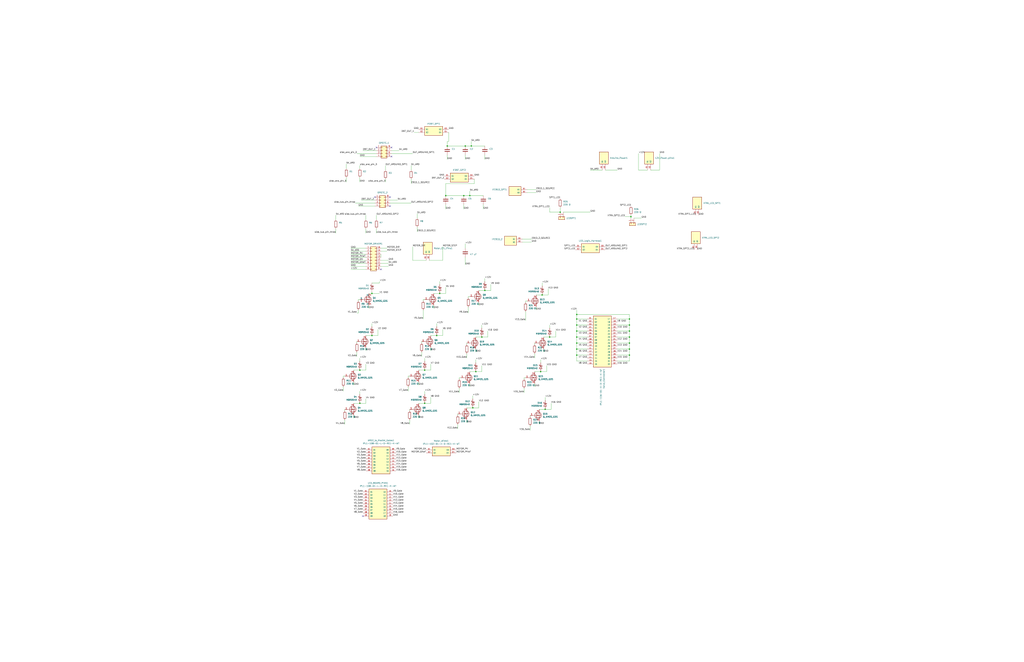
<source format=kicad_sch>
(kicad_sch (version 20230121) (generator eeschema)
  (paper "D")
  (junction (at 375.92 165.1))
  (junction (at 392.43 123.19))
  (junction (at 377.19 123.19))
  (junction (at 358.14 340.36))
  (junction (at 408.94 245.11))
  (junction (at 486.41 279.4))
  (junction (at 303.53 340.36))
  (junction (at 486.41 289.56))
  (junction (at 396.24 165.1))
  (junction (at 532.13 182.88))
  (junction (at 530.86 279.4))
  (junction (at 313.69 247.65))
  (junction (at 530.86 269.24))
  (junction (at 398.78 344.17))
  (junction (at 530.86 299.72))
  (junction (at 397.51 123.19))
  (junction (at 368.3 283.21))
  (junction (at 463.55 284.48))
  (junction (at 391.16 165.1))
  (junction (at 472.44 179.07))
  (junction (at 459.74 345.44))
  (junction (at 486.41 269.24))
  (junction (at 530.86 274.32))
  (junction (at 530.86 284.48))
  (junction (at 313.69 283.21))
  (junction (at 455.93 313.69))
  (junction (at 486.41 294.64))
  (junction (at 406.4 284.48))
  (junction (at 486.41 299.72))
  (junction (at 486.41 265.43))
  (junction (at 530.86 289.56))
  (junction (at 358.14 312.42))
  (junction (at 530.86 294.64))
  (junction (at 457.2 248.92))
  (junction (at 486.41 274.32))
  (junction (at 401.32 313.69))
  (junction (at 303.53 312.42))
  (junction (at 486.41 284.48))
  (junction (at 370.84 247.65))
  (no_connect (at 306.07 435.61))
  (no_connect (at 330.2 124.46))
  (no_connect (at 316.23 166.37))
  (no_connect (at 321.31 227.33))
  (no_connect (at 328.93 166.37))
  (no_connect (at 317.5 124.46))
  (no_connect (at 328.93 173.99))
  (no_connect (at 330.2 132.08))
  (wire (pts (xy 299.72 171.45) (xy 316.23 171.45)))
  (wire (pts (xy 392.43 130.81) (xy 392.43 134.62)))
  (wire (pts (xy 520.7 289.56) (xy 530.86 289.56)))
  (wire (pts (xy 344.17 330.2) (xy 344.17 326.39)))
  (wire (pts (xy 321.31 222.25) (xy 327.66 222.25)))
  (wire (pts (xy 530.86 269.24) (xy 520.7 269.24)))
  (wire (pts (xy 450.85 290.83) (xy 450.85 289.56)))
  (wire (pts (xy 406.4 274.32) (xy 406.4 276.86)))
  (wire (pts (xy 387.35 318.77) (xy 388.62 318.77)))
  (wire (pts (xy 356.87 254) (xy 356.87 252.73)))
  (wire (pts (xy 393.7 356.87) (xy 393.7 354.33)))
  (wire (pts (xy 313.69 238.76) (xy 320.04 238.76)))
  (wire (pts (xy 295.91 222.25) (xy 308.61 222.25)))
  (wire (pts (xy 283.21 193.04) (xy 283.21 196.85)))
  (wire (pts (xy 495.3 304.8) (xy 486.41 304.8)))
  (wire (pts (xy 397.51 123.19) (xy 408.94 123.19)))
  (wire (pts (xy 302.26 264.16) (xy 302.26 261.62)))
  (wire (pts (xy 289.56 318.77) (xy 289.56 317.5)))
  (wire (pts (xy 304.8 168.91) (xy 316.23 168.91)))
  (wire (pts (xy 400.05 154.94) (xy 375.92 154.94)))
  (wire (pts (xy 462.28 248.92) (xy 462.28 243.84)))
  (wire (pts (xy 394.97 251.46) (xy 394.97 250.19)))
  (wire (pts (xy 407.67 172.72) (xy 407.67 176.53)))
  (wire (pts (xy 363.22 340.36) (xy 363.22 335.28)))
  (wire (pts (xy 290.83 358.14) (xy 290.83 354.33)))
  (wire (pts (xy 302.26 254) (xy 302.26 252.73)))
  (wire (pts (xy 403.86 344.17) (xy 403.86 339.09)))
  (wire (pts (xy 510.54 143.51) (xy 520.7 143.51)))
  (wire (pts (xy 356.87 269.24) (xy 356.87 261.62)))
  (wire (pts (xy 355.6 300.99) (xy 355.6 297.18)))
  (wire (pts (xy 394.97 250.19) (xy 396.24 250.19)))
  (wire (pts (xy 454.66 358.14) (xy 454.66 355.6)))
  (wire (pts (xy 486.41 299.72) (xy 495.3 299.72)))
  (wire (pts (xy 344.17 318.77) (xy 344.17 317.5)))
  (wire (pts (xy 486.41 284.48) (xy 486.41 279.4)))
  (wire (pts (xy 303.53 312.42) (xy 308.61 312.42)))
  (wire (pts (xy 455.93 313.69) (xy 461.01 313.69)))
  (wire (pts (xy 459.74 335.28) (xy 459.74 337.82)))
  (wire (pts (xy 303.53 340.36) (xy 308.61 340.36)))
  (wire (pts (xy 321.31 224.79) (xy 327.66 224.79)))
  (wire (pts (xy 317.5 193.04) (xy 317.5 196.85)))
  (wire (pts (xy 303.53 132.08) (xy 317.5 132.08)))
  (wire (pts (xy 408.94 234.95) (xy 408.94 237.49)))
  (wire (pts (xy 452.12 259.08) (xy 452.12 261.62)))
  (wire (pts (xy 353.06 340.36) (xy 358.14 340.36)))
  (wire (pts (xy 330.2 129.54) (xy 347.98 129.54)))
  (wire (pts (xy 486.41 269.24) (xy 495.3 269.24)))
  (wire (pts (xy 401.32 313.69) (xy 406.4 313.69)))
  (wire (pts (xy 530.86 269.24) (xy 530.86 274.32)))
  (wire (pts (xy 361.95 219.71) (xy 373.38 219.71)))
  (wire (pts (xy 346.71 139.7) (xy 346.71 143.51)))
  (wire (pts (xy 308.61 340.36) (xy 308.61 336.55)))
  (wire (pts (xy 321.31 219.71) (xy 327.66 219.71)))
  (wire (pts (xy 375.92 165.1) (xy 391.16 165.1)))
  (wire (pts (xy 358.14 340.36) (xy 363.22 340.36)))
  (wire (pts (xy 458.47 284.48) (xy 463.55 284.48)))
  (wire (pts (xy 351.79 180.34) (xy 351.79 184.15)))
  (wire (pts (xy 486.41 289.56) (xy 486.41 284.48)))
  (wire (pts (xy 295.91 214.63) (xy 308.61 214.63)))
  (wire (pts (xy 463.55 284.48) (xy 468.63 284.48)))
  (wire (pts (xy 363.22 283.21) (xy 368.3 283.21)))
  (wire (pts (xy 289.56 317.5) (xy 290.83 317.5)))
  (wire (pts (xy 375.92 247.65) (xy 375.92 242.57)))
  (wire (pts (xy 520.7 284.48) (xy 530.86 284.48)))
  (wire (pts (xy 308.61 295.91) (xy 308.61 293.37)))
  (wire (pts (xy 398.78 344.17) (xy 403.86 344.17)))
  (wire (pts (xy 387.35 320.04) (xy 387.35 318.77)))
  (wire (pts (xy 458.47 297.18) (xy 458.47 294.64)))
  (wire (pts (xy 292.1 149.86) (xy 292.1 153.67)))
  (wire (pts (xy 295.91 212.09) (xy 308.61 212.09)))
  (wire (pts (xy 311.15 257.81) (xy 311.15 260.35)))
  (wire (pts (xy 377.19 123.19) (xy 392.43 123.19)))
  (wire (pts (xy 373.38 208.28) (xy 373.38 219.71)))
  (wire (pts (xy 368.3 283.21) (xy 373.38 283.21)))
  (wire (pts (xy 464.82 345.44) (xy 464.82 340.36)))
  (wire (pts (xy 393.7 302.26) (xy 393.7 298.45)))
  (wire (pts (xy 363.22 295.91) (xy 363.22 293.37)))
  (wire (pts (xy 295.91 227.33) (xy 308.61 227.33)))
  (wire (pts (xy 443.23 254) (xy 444.5 254)))
  (wire (pts (xy 396.24 313.69) (xy 401.32 313.69)))
  (wire (pts (xy 520.7 274.32) (xy 530.86 274.32)))
  (wire (pts (xy 386.08 350.52) (xy 386.08 349.25)))
  (wire (pts (xy 455.93 303.53) (xy 455.93 306.07)))
  (wire (pts (xy 440.69 201.93) (xy 448.31 201.93)))
  (wire (pts (xy 450.85 313.69) (xy 455.93 313.69)))
  (wire (pts (xy 441.96 331.47) (xy 441.96 327.66)))
  (wire (pts (xy 486.41 279.4) (xy 486.41 274.32)))
  (wire (pts (xy 353.06 353.06) (xy 353.06 350.52)))
  (wire (pts (xy 401.32 284.48) (xy 406.4 284.48)))
  (wire (pts (xy 497.84 143.51) (xy 508 143.51)))
  (wire (pts (xy 401.32 297.18) (xy 401.32 294.64)))
  (wire (pts (xy 303.53 139.7) (xy 303.53 142.24)))
  (wire (pts (xy 411.48 284.48) (xy 411.48 279.4)))
  (wire (pts (xy 318.77 283.21) (xy 318.77 278.13)))
  (wire (pts (xy 344.17 317.5) (xy 345.44 317.5)))
  (wire (pts (xy 527.05 182.88) (xy 532.13 182.88)))
  (wire (pts (xy 345.44 358.14) (xy 345.44 354.33)))
  (wire (pts (xy 520.7 279.4) (xy 530.86 279.4)))
  (wire (pts (xy 302.26 173.99) (xy 316.23 173.99)))
  (wire (pts (xy 530.86 265.43) (xy 530.86 269.24)))
  (wire (pts (xy 308.61 283.21) (xy 313.69 283.21)))
  (wire (pts (xy 394.97 259.08) (xy 394.97 264.16)))
  (wire (pts (xy 538.48 143.51) (xy 538.48 129.54)))
  (wire (pts (xy 377.19 130.81) (xy 377.19 134.62)))
  (wire (pts (xy 450.85 323.85) (xy 450.85 326.39)))
  (wire (pts (xy 325.12 139.7) (xy 325.12 143.51)))
  (wire (pts (xy 298.45 353.06) (xy 298.45 350.52)))
  (wire (pts (xy 440.69 204.47) (xy 448.31 204.47)))
  (wire (pts (xy 358.14 330.2) (xy 358.14 332.74)))
  (wire (pts (xy 302.26 252.73) (xy 303.53 252.73)))
  (wire (pts (xy 530.86 279.4) (xy 530.86 274.32)))
  (wire (pts (xy 295.91 219.71) (xy 308.61 219.71)))
  (wire (pts (xy 447.04 351.79) (xy 447.04 350.52)))
  (wire (pts (xy 353.06 312.42) (xy 358.14 312.42)))
  (wire (pts (xy 303.53 330.2) (xy 303.53 332.74)))
  (wire (pts (xy 308.61 193.04) (xy 308.61 196.85)))
  (wire (pts (xy 325.12 151.13) (xy 325.12 153.67)))
  (wire (pts (xy 347.98 208.28) (xy 347.98 219.71)))
  (wire (pts (xy 392.43 123.19) (xy 397.51 123.19)))
  (wire (pts (xy 300.99 300.99) (xy 300.99 297.18)))
  (wire (pts (xy 370.84 247.65) (xy 375.92 247.65)))
  (wire (pts (xy 373.38 283.21) (xy 373.38 278.13)))
  (wire (pts (xy 520.7 299.72) (xy 530.86 299.72)))
  (wire (pts (xy 486.41 294.64) (xy 486.41 289.56)))
  (wire (pts (xy 486.41 274.32) (xy 495.3 274.32)))
  (wire (pts (xy 403.86 255.27) (xy 403.86 257.81)))
  (wire (pts (xy 444.5 160.02) (xy 452.12 160.02)))
  (wire (pts (xy 303.53 302.26) (xy 303.53 304.8)))
  (wire (pts (xy 532.13 182.88) (xy 532.13 184.15)))
  (wire (pts (xy 353.06 322.58) (xy 353.06 325.12)))
  (wire (pts (xy 443.23 270.51) (xy 443.23 262.89)))
  (wire (pts (xy 532.13 181.61) (xy 532.13 182.88)))
  (wire (pts (xy 444.5 162.56) (xy 452.12 162.56)))
  (wire (pts (xy 486.41 265.43) (xy 530.86 265.43)))
  (wire (pts (xy 486.41 261.62) (xy 486.41 265.43)))
  (wire (pts (xy 358.14 312.42) (xy 363.22 312.42)))
  (wire (pts (xy 441.96 320.04) (xy 441.96 318.77)))
  (wire (pts (xy 295.91 224.79) (xy 308.61 224.79)))
  (wire (pts (xy 321.31 212.09) (xy 326.39 212.09)))
  (wire (pts (xy 468.63 284.48) (xy 468.63 279.4)))
  (wire (pts (xy 486.41 269.24) (xy 486.41 274.32)))
  (wire (pts (xy 308.61 181.61) (xy 308.61 185.42)))
  (wire (pts (xy 486.41 289.56) (xy 495.3 289.56)))
  (wire (pts (xy 486.41 294.64) (xy 495.3 294.64)))
  (wire (pts (xy 292.1 138.43) (xy 292.1 142.24)))
  (wire (pts (xy 443.23 255.27) (xy 443.23 254)))
  (wire (pts (xy 295.91 217.17) (xy 308.61 217.17)))
  (wire (pts (xy 298.45 312.42) (xy 303.53 312.42)))
  (wire (pts (xy 313.69 283.21) (xy 318.77 283.21)))
  (wire (pts (xy 400.05 151.13) (xy 400.05 154.94)))
  (wire (pts (xy 365.76 247.65) (xy 370.84 247.65)))
  (wire (pts (xy 396.24 323.85) (xy 396.24 326.39)))
  (wire (pts (xy 313.69 247.65) (xy 320.04 247.65)))
  (wire (pts (xy 486.41 304.8) (xy 486.41 299.72)))
  (wire (pts (xy 365.76 257.81) (xy 365.76 260.35)))
  (wire (pts (xy 306.07 127) (xy 317.5 127)))
  (wire (pts (xy 363.22 312.42) (xy 363.22 307.34)))
  (wire (pts (xy 538.48 143.51) (xy 546.1 143.51)))
  (wire (pts (xy 303.53 149.86) (xy 303.53 153.67)))
  (wire (pts (xy 356.87 252.73) (xy 358.14 252.73)))
  (wire (pts (xy 393.7 344.17) (xy 398.78 344.17)))
  (wire (pts (xy 311.15 247.65) (xy 313.69 247.65)))
  (wire (pts (xy 300.99 129.54) (xy 317.5 129.54)))
  (wire (pts (xy 408.94 130.81) (xy 408.94 134.62)))
  (wire (pts (xy 290.83 346.71) (xy 290.83 345.44)))
  (wire (pts (xy 300.99 264.16) (xy 302.26 264.16)))
  (wire (pts (xy 534.67 184.15) (xy 541.02 184.15)))
  (wire (pts (xy 328.93 168.91) (xy 335.28 168.91)))
  (wire (pts (xy 406.4 313.69) (xy 406.4 308.61)))
  (wire (pts (xy 321.31 214.63) (xy 321.31 217.17)))
  (wire (pts (xy 346.71 151.13) (xy 346.71 154.94)))
  (wire (pts (xy 321.31 209.55) (xy 326.39 209.55)))
  (wire (pts (xy 328.93 171.45) (xy 346.71 171.45)))
  (wire (pts (xy 349.25 111.76) (xy 353.06 111.76)))
  (wire (pts (xy 345.44 346.71) (xy 345.44 345.44)))
  (wire (pts (xy 520.7 304.8) (xy 530.86 304.8)))
  (wire (pts (xy 530.86 304.8) (xy 530.86 299.72)))
  (wire (pts (xy 450.85 302.26) (xy 450.85 298.45)))
  (wire (pts (xy 403.86 245.11) (xy 408.94 245.11)))
  (wire (pts (xy 392.43 205.74) (xy 392.43 209.55)))
  (wire (pts (xy 370.84 237.49) (xy 370.84 240.03)))
  (wire (pts (xy 396.24 165.1) (xy 407.67 165.1)))
  (wire (pts (xy 313.69 273.05) (xy 313.69 275.59)))
  (wire (pts (xy 486.41 279.4) (xy 495.3 279.4)))
  (wire (pts (xy 452.12 248.92) (xy 457.2 248.92)))
  (wire (pts (xy 406.4 284.48) (xy 411.48 284.48)))
  (wire (pts (xy 486.41 284.48) (xy 495.3 284.48)))
  (wire (pts (xy 295.91 209.55) (xy 308.61 209.55)))
  (wire (pts (xy 368.3 273.05) (xy 368.3 275.59)))
  (wire (pts (xy 530.86 289.56) (xy 530.86 284.48)))
  (wire (pts (xy 408.94 245.11) (xy 414.02 245.11)))
  (wire (pts (xy 401.32 303.53) (xy 401.32 306.07)))
  (wire (pts (xy 330.2 127) (xy 336.55 127)))
  (wire (pts (xy 298.45 322.58) (xy 298.45 325.12)))
  (wire (pts (xy 474.98 179.07) (xy 497.84 179.07)))
  (wire (pts (xy 447.04 363.22) (xy 447.04 359.41)))
  (wire (pts (xy 377.19 119.38) (xy 377.19 123.19)))
  (wire (pts (xy 463.55 274.32) (xy 463.55 276.86)))
  (wire (pts (xy 298.45 340.36) (xy 303.53 340.36)))
  (wire (pts (xy 308.61 312.42) (xy 308.61 307.34)))
  (wire (pts (xy 317.5 181.61) (xy 317.5 185.42)))
  (wire (pts (xy 391.16 165.1) (xy 396.24 165.1)))
  (wire (pts (xy 454.66 345.44) (xy 459.74 345.44)))
  (wire (pts (xy 320.04 237.49) (xy 320.04 238.76)))
  (wire (pts (xy 347.98 219.71) (xy 359.41 219.71)))
  (wire (pts (xy 396.24 161.29) (xy 396.24 165.1)))
  (wire (pts (xy 530.86 284.48) (xy 530.86 279.4)))
  (wire (pts (xy 387.35 331.47) (xy 387.35 327.66)))
  (wire (pts (xy 300.99 289.56) (xy 300.99 288.29)))
  (wire (pts (xy 472.44 175.26) (xy 472.44 179.07)))
  (wire (pts (xy 461.01 313.69) (xy 461.01 308.61)))
  (wire (pts (xy 463.55 179.07) (xy 472.44 179.07)))
  (wire (pts (xy 520.7 294.64) (xy 530.86 294.64)))
  (wire (pts (xy 486.41 299.72) (xy 486.41 294.64)))
  (wire (pts (xy 289.56 330.2) (xy 289.56 326.39)))
  (wire (pts (xy 378.46 119.38) (xy 377.19 119.38)))
  (wire (pts (xy 283.21 181.61) (xy 283.21 185.42)))
  (wire (pts (xy 486.41 265.43) (xy 486.41 269.24)))
  (wire (pts (xy 463.55 175.26) (xy 463.55 179.07)))
  (wire (pts (xy 378.46 111.76) (xy 378.46 119.38)))
  (wire (pts (xy 457.2 248.92) (xy 462.28 248.92)))
  (wire (pts (xy 351.79 191.77) (xy 351.79 195.58)))
  (wire (pts (xy 397.51 119.38) (xy 397.51 123.19)))
  (wire (pts (xy 386.08 361.95) (xy 386.08 358.14)))
  (wire (pts (xy 530.86 294.64) (xy 530.86 289.56)))
  (wire (pts (xy 441.96 318.77) (xy 443.23 318.77)))
  (wire (pts (xy 392.43 217.17) (xy 392.43 223.52)))
  (wire (pts (xy 548.64 143.51) (xy 556.26 143.51)))
  (wire (pts (xy 556.26 129.54) (xy 556.26 143.51)))
  (wire (pts (xy 530.86 299.72) (xy 530.86 294.64)))
  (wire (pts (xy 375.92 154.94) (xy 375.92 165.1)))
  (wire (pts (xy 457.2 238.76) (xy 457.2 241.3)))
  (wire (pts (xy 375.92 172.72) (xy 375.92 176.53)))
  (wire (pts (xy 398.78 334.01) (xy 398.78 336.55)))
  (wire (pts (xy 414.02 245.11) (xy 414.02 240.03)))
  (wire (pts (xy 313.69 246.38) (xy 313.69 247.65)))
  (wire (pts (xy 393.7 290.83) (xy 393.7 289.56)))
  (wire (pts (xy 391.16 172.72) (xy 391.16 176.53)))
  (wire (pts (xy 358.14 302.26) (xy 358.14 304.8)))
  (wire (pts (xy 459.74 345.44) (xy 464.82 345.44)))
  (wire (pts (xy 355.6 289.56) (xy 355.6 288.29)))
  (label "V7 GND" (at 363.22 307.34 0))
  (label "+12V" (at 538.48 129.54 0))
  (label "GND" (at 353.06 325.12 0))
  (label "+12V" (at 358.14 330.2 0))
  (label "V4_Gate" (at 308.61 387.35 180))
  (label "V15 GND" (at 461.01 308.61 0))
  (label "GND" (at 365.76 260.35 0))
  (label "GND" (at 450.85 326.39 0))
  (label "GND" (at 311.15 260.35 0))
  (label "5V_ARD" (at 335.28 168.91 0))
  (label "V11_Gate" (at 387.35 331.47 180))
  (label "V2_Gate" (at 308.61 382.27 180))
  (label "MOTOR_GN" (at 295.91 219.71 0))
  (label "V7_Gate" (at 308.61 394.97 180))
  (label "GND" (at 377.19 134.62 0))
  (label "+12V" (at 463.55 274.32 0))
  (label "V3_Gate" (at 308.61 384.81 180))
  (label "GND" (at 541.02 184.15 0))
  (label "V9 GND" (at 414.02 240.03 0))
  (label "V14 GND" (at 520.7 297.18 0))
  (label "5V_ARD" (at 336.55 127 0))
  (label "GND" (at 374.65 148.59 180))
  (label "V14_Gate" (at 450.85 302.26 180))
  (label "OUT_ARDUINO_SPT2" (at 346.71 171.45 0))
  (label "V14_Gate" (at 334.01 392.43 0))
  (label "V5 GND" (at 375.92 242.57 0))
  (label "+12V" (at 368.3 273.05 0))
  (label "V5 GND" (at 495.3 292.1 180))
  (label "+12V" (at 313.69 273.05 0))
  (label "V13_Gate" (at 334.01 389.89 0))
  (label "XTRA_SPT1_LED" (at 586.74 181.61 180))
  (label "XTRA_SPT2_LED" (at 585.47 210.82 180))
  (label "GND" (at 520.7 143.51 0))
  (label "GND" (at 353.06 109.22 180))
  (label "E91D_2_SOURCE" (at 448.31 201.93 0))
  (label "+12V" (at 320.04 237.49 0))
  (label "V11_Gate" (at 334.01 384.81 0))
  (label "+12V" (at 358.14 302.26 0))
  (label "V15_Gate" (at 441.96 331.47 180))
  (label "+12V" (at 455.93 303.53 0))
  (label "GND" (at 392.43 223.52 0))
  (label "V1_Gate" (at 308.61 379.73 180))
  (label "V11 GND" (at 520.7 281.94 0))
  (label "5V_ARD" (at 397.51 119.38 0))
  (label "GND" (at 408.94 134.62 0))
  (label "V1 GND" (at 320.04 247.65 0))
  (label "V16_Gate" (at 447.04 363.22 180))
  (label "GND" (at 295.91 224.79 0))
  (label "GND" (at 392.43 134.62 0))
  (label "V10_Gate" (at 334.01 382.27 0))
  (label "V8_Gate" (at 306.07 433.07 180))
  (label "V14_Gate" (at 331.47 427.99 0))
  (label "V7_Gate" (at 344.17 330.2 180))
  (label "OUT_ARDUINO_SPT1" (at 510.54 208.28 0))
  (label "side_one_pin_3" (at 292.1 153.67 180))
  (label "MOTOR_STEP" (at 373.38 208.28 0))
  (label "V15_Gate" (at 331.47 430.53 0))
  (label "V4_Gate" (at 290.83 358.14 180))
  (label "+12V" (at 486.41 261.62 180))
  (label "GND" (at 452.12 261.62 0))
  (label "V3_Gate" (at 306.07 420.37 180))
  (label "MOTOR_GN" (at 359.41 379.73 180))
  (label "V13 GND" (at 520.7 292.1 0))
  (label "MOTOR_PK" (at 295.91 214.63 0))
  (label "V8_Gate" (at 345.44 358.14 180))
  (label "V4_Gate" (at 306.07 422.91 180))
  (label "5V_ARD" (at 351.79 180.34 0))
  (label "GND" (at 298.45 325.12 0))
  (label "V12_Gate" (at 386.08 361.95 180))
  (label "side_one_pin_3" (at 325.12 153.67 180))
  (label "+12V" (at 459.74 335.28 0))
  (label "V7 GND" (at 495.3 302.26 180))
  (label "V11_Gate" (at 331.47 420.37 0))
  (label "GND" (at 454.66 358.14 0))
  (label "+12V" (at 406.4 274.32 0))
  (label "+12V" (at 295.91 227.33 0))
  (label "SPT2_LED" (at 532.13 173.99 180))
  (label "GND" (at 303.53 153.67 0))
  (label "V8 GND" (at 495.3 307.34 180))
  (label "GND" (at 391.16 176.53 0))
  (label "SPT1_LED" (at 485.14 208.28 180))
  (label "MOTOR_GNWT" (at 359.41 382.27 180))
  (label "V12_Gate" (at 334.01 387.35 0))
  (label "V8 GND" (at 363.22 335.28 0))
  (label "V16_Gate" (at 334.01 397.51 0))
  (label "OUT_ARDUINO_SPT1" (at 347.98 129.54 0))
  (label "GND" (at 295.91 209.55 0))
  (label "side_two_pin_three" (at 317.5 196.85 0))
  (label "GND" (at 363.22 295.91 0))
  (label "GND" (at 396.24 326.39 0))
  (label "MOTOR_PK" (at 384.81 379.73 0))
  (label "side_two_pin_three" (at 283.21 196.85 180))
  (label "V16 GND" (at 520.7 307.34 0))
  (label "V1_Gate" (at 306.07 415.29 180))
  (label "V12 GND" (at 520.7 287.02 0))
  (label "GND" (at 378.46 109.22 0))
  (label "V2_Gate" (at 300.99 300.99 180))
  (label "GND" (at 403.86 257.81 0))
  (label "GND" (at 400.05 148.59 0))
  (label "V10 GND" (at 411.48 279.4 0))
  (label "V4 GND" (at 308.61 336.55 0))
  (label "V11 GND" (at 406.4 308.61 0))
  (label "V6_Gate" (at 308.61 392.43 180))
  (label "MOTOR_STEP" (at 326.39 212.09 0))
  (label "+12V" (at 303.53 302.26 0))
  (label "V6 GND" (at 373.38 278.13 0))
  (label "XTRA_SPT1_LED" (at 463.55 175.26 180))
  (label "5V_ARD" (at 497.84 143.51 0))
  (label "+12V" (at 370.84 237.49 0))
  (label "D97_OUT_1" (at 306.07 127 0))
  (label "D97_OUT_2" (at 304.8 168.91 0))
  (label "GND" (at 302.26 173.99 0))
  (label "D97_OUT_2" (at 374.65 151.13 180))
  (label "V9_Gate" (at 394.97 264.16 180))
  (label "GND" (at 556.26 129.54 0))
  (label "GND" (at 497.84 179.07 0))
  (label "5V_ARD" (at 327.66 222.25 0))
  (label "V3 GND" (at 495.3 281.94 180))
  (label "GND" (at 452.12 162.56 0))
  (label "OUT_ARDUINO_SPT2" (at 510.54 210.82 0))
  (label "GND" (at 308.61 295.91 0))
  (label "side_one_pin_3" (at 303.53 139.7 0))
  (label "GND" (at 303.53 132.08 0))
  (label "5V_ARD" (at 283.21 181.61 0))
  (label "side_one_pin_3" (at 300.99 129.54 180))
  (label "GND" (at 298.45 353.06 0))
  (label "V9_Gate" (at 334.01 379.73 0))
  (label "E91D_2_SOURCE" (at 351.79 195.58 0))
  (label "V5_Gate" (at 308.61 389.89 180))
  (label "MOTOR_PKWT" (at 295.91 217.17 0))
  (label "OUT_ARDUINO_SPT1" (at 325.12 139.7 0))
  (label "V6_Gate" (at 306.07 427.99 180))
  (label "GND" (at 458.47 297.18 0))
  (label "V6_Gate" (at 355.6 300.99 180))
  (label "V10_Gate" (at 331.47 417.83 0))
  (label "GND" (at 589.28 181.61 0))
  (label "E91D_1_SOURCE" (at 452.12 160.02 0))
  (label "V14 GND" (at 468.63 279.4 0))
  (label "V3_Gate" (at 289.56 330.2 180))
  (label "GND" (at 327.66 219.71 0))
  (label "GND" (at 588.01 210.82 0))
  (label "5V_ARD" (at 292.1 138.43 0))
  (label "V15 GND" (at 520.7 302.26 0))
  (label "V5_Gate" (at 356.87 269.24 180))
  (label "+12V" (at 392.43 205.74 0))
  (label "V3 GND" (at 308.61 307.34 0))
  (label "SPT2_LED" (at 485.14 210.82 180))
  (label "side_two_pin_three" (at 308.61 181.61 180))
  (label "MOTOR_DIR" (at 347.98 208.28 0))
  (label "GND" (at 401.32 297.18 0))
  (label "+12V" (at 457.2 238.76 0))
  (label "GND" (at 331.47 435.61 0))
  (label "OUT_ARDUINO_SPT2" (at 317.5 181.61 0))
  (label "MOTOR_PKWT" (at 384.81 382.27 0))
  (label "GND" (at 375.92 176.53 0))
  (label "V16 GND" (at 464.82 340.36 0))
  (label "E91D_1_SOURCE" (at 346.71 154.94 0))
  (label "V13 GND" (at 462.28 243.84 0))
  (label "GND" (at 407.67 176.53 0))
  (label "V1_Gate" (at 300.99 264.16 180))
  (label "MOTOR_GNWT" (at 295.91 222.25 0))
  (label "+12V" (at 408.94 234.95 0))
  (label "V1 GND" (at 495.3 271.78 180))
  (label "V12_Gate" (at 331.47 422.91 0))
  (label "5V_ARD" (at 295.91 212.09 0))
  (label "GND" (at 327.66 224.79 0))
  (label "+12V" (at 398.78 334.01 0))
  (label "V8_Gate" (at 308.61 397.51 180))
  (label "SPT1_LED" (at 472.44 167.64 180))
  (label "V13_Gate" (at 331.47 425.45 0))
  (label "5V_ARD" (at 396.24 161.29 0))
  (label "V9_Gate" (at 331.47 415.29 0))
  (label "V7_Gate" (at 306.07 430.53 180))
  (label "V10_Gate" (at 393.7 302.26 180))
  (label "V2_Gate" (at 306.07 417.83 180))
  (label "V2 GND" (at 495.3 276.86 180))
  (label "V2 GND" (at 318.77 278.13 0))
  (label "V10 GND" (at 520.7 276.86 0))
  (label "GND" (at 353.06 353.06 0))
  (label "V9 GND" (at 520.7 271.78 0))
  (label "MOTOR_DIR" (at 326.39 209.55 0))
  (label "V16_Gate" (at 331.47 433.07 0))
  (label "V5_Gate" (at 306.07 425.45 180))
  (label "GND" (at 308.61 196.85 0))
  (label "V13_Gate" (at 443.23 270.51 180))
  (label "V4 GND" (at 495.3 287.02 180))
  (label "V12 GND" (at 403.86 339.09 0))
  (label "+12V" (at 401.32 303.53 0))
  (label "GND" (at 448.31 204.47 0))
  (label "side_two_pin_three" (at 299.72 171.45 180))
  (label "GND" (at 393.7 356.87 0))
  (label "D97_OUT_1" (at 349.25 111.76 180))
  (label "5V_ARD" (at 346.71 139.7 0))
  (label "XTRA_SPT2_LED" (at 527.05 182.88 180))
  (label "V15_Gate" (at 334.01 394.97 0))
  (label "+12V" (at 303.53 330.2 0))
  (label "V6 GND" (at 495.3 297.18 180))
  (symbol (lib_id "IPL1-102-01-L-D-RE1-K-WT:IPL1-102-01-L-D-RE1-K-WT") (at 497.84 208.28 0) (unit 1)
    (property "Reference" "LED_Logic_Harness1" (at 497.84 203.2 0))
    (property "Value" "IPL1-102-01-X-D-RE1-K-WT" (effects hide))
    (property "Footprint" "IPL1-102-01-L-D-RE1-K-WT:SAMTEC_IPL1-102-01-L-D-RE1-K-WT" (effects hide))
    (property "PARTREV" "A" (effects hide))
    (property "STANDARD" "Manufacturer Recommendations" (effects hide))
    (property "MAXIMUM_PACKAGE_HEIGHT" "9.28 mm" (effects hide))
    (property "MANUFACTURER" "Samtec" (effects hide))
  )
  (symbol (lib_id "Device:R") (at 283.21 189.23 0) (unit 1)
    (property "Reference" "R5" (at 285.75 187.96 0) (effects (justify left)))
    (property "Value" "2.4K  Ω" (effects hide))
    (property "Footprint" "Resistor_THT:R_Axial_DIN0207_L6.3mm_D2.5mm_P7.62mm_Horizontal" (effects hide))
  )
  (symbol (lib_id "Device:Q_NMOS_GDS") (at 363.22 252.73 0) (unit 1)
    (property "Reference" "Q5" (at 368.935 251.46 0) (effects (justify left)))
    (property "Value" "Q_NMOS_GDS" (at 368.935 254 0) (effects (justify left)))
    (property "Footprint" "Final_PCB_Footprint:TO-220-3_Vertical" (effects hide))
  )
  (symbol (lib_id "Device:R") (at 289.56 322.58 180) (unit 1)
    (property "Reference" "R11" (at 292.1 321.31 0) (effects (justify right)))
    (property "Value" "220 Ω" (at 292.1 323.85 0) (effects (justify right)))
    (property "Footprint" "Resistor_THT:R_Axial_DIN0204_L3.6mm_D1.6mm_P7.62mm_Horizontal" (effects hide))
  )
  (symbol (lib_id "Diode:MBR0540") (at 368.3 279.4 90) (mirror x) (unit 1)
    (property "Reference" "D6" (at 365.76 277.8125 90) (effects (justify left)))
    (property "Value" "MBR0540" (at 365.76 280.3525 90) (effects (justify left)))
    (property "Footprint" "Diode_THT:D_DO-15_P15.24mm_Horizontal" (effects hide))
    (property "Datasheet" "http://www.mccsemi.com/up_pdf/MBR0520~MBR0580(SOD123).pdf" (effects hide))
  )
  (symbol (lib_id "Device:R") (at 300.99 293.37 180) (unit 1)
    (property "Reference" "R10" (at 303.53 292.1 0) (effects (justify right)))
    (property "Value" "220 Ω" (at 303.53 294.64 0) (effects (justify right)))
    (property "Footprint" "Resistor_THT:R_Axial_DIN0204_L3.6mm_D1.6mm_P7.62mm_Horizontal" (effects hide))
  )
  (symbol (lib_id "Device:R") (at 532.13 177.8 0) (unit 1)
    (property "Reference" "R26" (at 534.67 176.53 0) (effects (justify left)))
    (property "Value" "220 Ω" (at 534.67 179.07 0) (effects (justify left)))
    (property "Footprint" "Resistor_THT:R_Axial_DIN0204_L3.6mm_D1.6mm_P7.62mm_Horizontal" (effects hide))
  )
  (symbol (lib_id "IPL1-102-01-L-D-RE1-K-WT:IPL1-102-01-L-D-RE1-K-WT") (at 372.11 379.73 0) (unit 1)
    (property "Reference" "Motor_Wires1" (at 372.11 372.11 0))
    (property "Value" "IPL1-102-01-X-D-RE1-K-WT" (at 372.11 374.65 0))
    (property "Footprint" "IPL1-102-01-L-D-RE1-K-WT:SAMTEC_IPL1-102-01-L-D-RE1-K-WT" (effects hide))
    (property "PARTREV" "A" (effects hide))
    (property "STANDARD" "Manufacturer Recommendations" (effects hide))
    (property "MAXIMUM_PACKAGE_HEIGHT" "9.28 mm" (effects hide))
    (property "MANUFACTURER" "Samtec" (effects hide))
  )
  (symbol (lib_id "IPL1-102-01-L-D-RE1-K-WT:IPL1-102-01-L-D-RE1-K-WT") (at 365.76 109.22 0) (unit 1)
    (property "Reference" "IFD97_SPT1" (at 365.76 104.521 0))
    (property "Value" "IPL1-102-01-X-D-RE1-K-WT" (effects hide))
    (property "Footprint" "IPL1-102-01-L-D-RE1-K-WT:SAMTEC_IPL1-102-01-L-D-RE1-K-WT" (effects hide))
    (property "PARTREV" "A" (effects hide))
    (property "STANDARD" "Manufacturer Recommendations" (effects hide))
    (property "MAXIMUM_PACKAGE_HEIGHT" "9.28 mm" (effects hide))
    (property "MANUFACTURER" "Samtec" (effects hide))
  )
  (symbol (lib_id "Diode:MBR0540") (at 313.69 279.4 90) (mirror x) (unit 1)
    (property "Reference" "D2" (at 311.15 277.8125 90) (effects (justify left)))
    (property "Value" "MBR0540" (at 311.15 280.3525 90) (effects (justify left)))
    (property "Footprint" "Diode_THT:D_DO-15_P15.24mm_Horizontal" (effects hide))
    (property "Datasheet" "http://www.mccsemi.com/up_pdf/MBR0520~MBR0580(SOD123).pdf" (effects hide))
  )
  (symbol (lib_id "Device:Q_NMOS_GDS") (at 452.12 350.52 0) (unit 1)
    (property "Reference" "Q16" (at 457.835 349.25 0) (effects (justify left)))
    (property "Value" "Q_NMOS_GDS" (at 457.835 351.79 0) (effects (justify left)))
    (property "Footprint" "Final_PCB_Footprint:TO-220-3_Vertical" (effects hide))
  )
  (symbol (lib_id "Device:Q_NMOS_GDS") (at 350.52 345.44 0) (unit 1)
    (property "Reference" "Q8" (at 356.235 344.17 0) (effects (justify left)))
    (property "Value" "Q_NMOS_GDS" (at 356.235 346.71 0) (effects (justify left)))
    (property "Footprint" "Final_PCB_Footprint:TO-220-3_Vertical" (effects hide))
  )
  (symbol (lib_id "Diode:MBR0540") (at 408.94 241.3 90) (mirror x) (unit 1)
    (property "Reference" "D9" (at 406.4 239.7125 90) (effects (justify left)))
    (property "Value" "MBR0540" (at 406.4 242.2525 90) (effects (justify left)))
    (property "Footprint" "Diode_THT:D_DO-15_P15.24mm_Horizontal" (effects hide))
    (property "Datasheet" "http://www.mccsemi.com/up_pdf/MBR0520~MBR0580(SOD123).pdf" (effects hide))
  )
  (symbol (lib_id "Device:Q_NMOS_GDS") (at 306.07 288.29 0) (unit 1)
    (property "Reference" "Q2" (at 311.785 287.02 0) (effects (justify left)))
    (property "Value" "Q_NMOS_GDS" (at 311.785 289.56 0) (effects (justify left)))
    (property "Footprint" "Final_PCB_Footprint:TO-220-3_Vertical" (effects hide))
  )
  (symbol (lib_id "IPL1-102-01-L-S-RE1-K-WT:IPL1-102-01-L-S-RE1-K-WT") (at 589.28 171.45 90) (unit 1)
    (property "Reference" "XTRA_LED_SPT1" (at 593.09 171.45 90) (effects (justify right)))
    (property "Value" "IPL1-102-01-L-S-RE1-K-WT" (effects hide))
    (property "Footprint" "IPL1-102-01-L-S-RE1-K-WT:SAMTEC_IPL1-102-01-L-S-RE1-K-WT" (effects hide))
    (property "MANUFACTURER" "SAMTEC" (effects hide))
  )
  (symbol (lib_id "Device:C") (at 375.92 168.91 0) (unit 1)
    (property "Reference" "C4" (at 379.73 167.64 0) (effects (justify left)))
    (property "Value" "1 uF" (effects hide))
    (property "Footprint" "Capacitor_THT:CP_Radial_D5.0mm_P2.00mm" (effects hide))
  )
  (symbol (lib_id "Device:R") (at 450.85 294.64 180) (unit 1)
    (property "Reference" "R22" (at 453.39 293.37 0) (effects (justify right)))
    (property "Value" "220 Ω" (at 453.39 295.91 0) (effects (justify right)))
    (property "Footprint" "Resistor_THT:R_Axial_DIN0204_L3.6mm_D1.6mm_P7.62mm_Horizontal" (effects hide))
  )
  (symbol (lib_id "Device:R") (at 356.87 257.81 180) (unit 1)
    (property "Reference" "R13" (at 359.41 256.54 0) (effects (justify right)))
    (property "Value" "220 Ω" (at 359.41 259.08 0) (effects (justify right)))
    (property "Footprint" "Resistor_THT:R_Axial_DIN0204_L3.6mm_D1.6mm_P7.62mm_Horizontal" (effects hide))
  )
  (symbol (lib_id "Device:Q_NMOS_GDS") (at 455.93 289.56 0) (unit 1)
    (property "Reference" "Q14" (at 461.645 288.29 0) (effects (justify left)))
    (property "Value" "Q_NMOS_GDS" (at 461.645 290.83 0) (effects (justify left)))
    (property "Footprint" "Final_PCB_Footprint:TO-220-3_Vertical" (effects hide))
  )
  (symbol (lib_id "Device:R") (at 303.53 146.05 0) (unit 1)
    (property "Reference" "R2" (at 306.07 144.78 0) (effects (justify left)))
    (property "Value" "1K  Ω" (effects hide))
    (property "Footprint" "Resistor_THT:R_Axial_DIN0207_L6.3mm_D2.5mm_P7.62mm_Horizontal" (effects hide))
  )
  (symbol (lib_id "Device:C") (at 377.19 127 0) (unit 1)
    (property "Reference" "C1" (at 381 125.73 0) (effects (justify left)))
    (property "Value" "1 uF" (effects hide))
    (property "Footprint" "Capacitor_THT:CP_Radial_D5.0mm_P2.00mm" (effects hide))
  )
  (symbol (lib_id "Device:Q_NMOS_GDS") (at 295.91 317.5 0) (unit 1)
    (property "Reference" "Q3" (at 301.625 316.23 0) (effects (justify left)))
    (property "Value" "Q_NMOS_GDS" (at 301.625 318.77 0) (effects (justify left)))
    (property "Footprint" "Final_PCB_Footprint:TO-220-3_Vertical" (effects hide))
  )
  (symbol (lib_id "Device:R") (at 387.35 323.85 180) (unit 1)
    (property "Reference" "R19" (at 389.89 322.58 0) (effects (justify right)))
    (property "Value" "220 Ω" (at 389.89 325.12 0) (effects (justify right)))
    (property "Footprint" "Resistor_THT:R_Axial_DIN0204_L3.6mm_D1.6mm_P7.62mm_Horizontal" (effects hide))
  )
  (symbol (lib_id "Device:R") (at 345.44 350.52 180) (unit 1)
    (property "Reference" "R16" (at 347.98 349.25 0) (effects (justify right)))
    (property "Value" "220 Ω" (at 347.98 351.79 0) (effects (justify right)))
    (property "Footprint" "Resistor_THT:R_Axial_DIN0204_L3.6mm_D1.6mm_P7.62mm_Horizontal" (effects hide))
  )
  (symbol (lib_id "Diode:MBR0540") (at 463.55 280.67 90) (mirror x) (unit 1)
    (property "Reference" "D14" (at 461.01 279.0825 90) (effects (justify left)))
    (property "Value" "MBR0540" (at 461.01 281.6225 90) (effects (justify left)))
    (property "Footprint" "Diode_THT:D_DO-15_P15.24mm_Horizontal" (effects hide))
    (property "Datasheet" "http://www.mccsemi.com/up_pdf/MBR0520~MBR0580(SOD123).pdf" (effects hide))
  )
  (symbol (lib_id "Device:R") (at 308.61 189.23 0) (unit 1)
    (property "Reference" "R6" (at 311.15 187.96 0) (effects (justify left)))
    (property "Value" "1K  Ω" (effects hide))
    (property "Footprint" "Resistor_THT:R_Axial_DIN0207_L6.3mm_D2.5mm_P7.62mm_Horizontal" (effects hide))
  )
  (symbol (lib_id "Device:Q_NMOS_GDS") (at 401.32 250.19 0) (unit 1)
    (property "Reference" "Q9" (at 407.035 248.92 0) (effects (justify left)))
    (property "Value" "Q_NMOS_GDS" (at 407.035 251.46 0) (effects (justify left)))
    (property "Footprint" "Final_PCB_Footprint:TO-220-3_Vertical" (effects hide))
  )
  (symbol (lib_id "IPL1-102-01-L-D-RE1-K-WT:IPL1-102-01-L-D-RE1-K-WT") (at 387.35 148.59 0) (unit 1)
    (property "Reference" "IFD97_SPT2" (at 387.35 143.51 0))
    (property "Value" "IPL1-102-01-X-D-RE1-K-WT" (effects hide))
    (property "Footprint" "IPL1-102-01-L-D-RE1-K-WT:SAMTEC_IPL1-102-01-L-D-RE1-K-WT" (effects hide))
    (property "PARTREV" "A" (effects hide))
    (property "STANDARD" "Manufacturer Recommendations" (effects hide))
    (property "MAXIMUM_PACKAGE_HEIGHT" "9.28 mm" (effects hide))
    (property "MANUFACTURER" "Samtec" (effects hide))
  )
  (symbol (lib_id "Device:R") (at 472.44 171.45 0) (unit 1)
    (property "Reference" "R25" (at 474.98 170.18 0) (effects (justify left)))
    (property "Value" "220 Ω" (at 474.98 172.72 0) (effects (justify left)))
    (property "Footprint" "Resistor_THT:R_Axial_DIN0204_L3.6mm_D1.6mm_P7.62mm_Horizontal" (effects hide))
  )
  (symbol (lib_id "Device:R") (at 443.23 259.08 180) (unit 1)
    (property "Reference" "R21" (at 445.77 257.81 0) (effects (justify right)))
    (property "Value" "220 Ω" (at 445.77 260.35 0) (effects (justify right)))
    (property "Footprint" "Resistor_THT:R_Axial_DIN0204_L3.6mm_D1.6mm_P7.62mm_Horizontal" (effects hide))
  )
  (symbol (lib_id "Diode:MBR0540") (at 406.4 280.67 90) (mirror x) (unit 1)
    (property "Reference" "D10" (at 403.86 279.0825 90) (effects (justify left)))
    (property "Value" "MBR0540" (at 403.86 281.6225 90) (effects (justify left)))
    (property "Footprint" "Diode_THT:D_DO-15_P15.24mm_Horizontal" (effects hide))
    (property "Datasheet" "http://www.mccsemi.com/up_pdf/MBR0520~MBR0580(SOD123).pdf" (effects hide))
  )
  (symbol (lib_id "Device:C") (at 391.16 168.91 0) (unit 1)
    (property "Reference" "C5" (at 394.97 167.64 0) (effects (justify left)))
    (property "Value" "10 uF" (effects hide))
    (property "Footprint" "Capacitor_THT:CP_Radial_D10.0mm_P5.00mm" (effects hide))
  )
  (symbol (lib_id "Device:C") (at 407.67 168.91 0) (unit 1)
    (property "Reference" "C6" (at 411.48 167.64 0) (effects (justify left)))
    (property "Value" "1 uF" (effects hide))
    (property "Footprint" "Capacitor_THT:CP_Radial_D5.0mm_P2.00mm" (effects hide))
  )
  (symbol (lib_id "Connector_Generic:Conn_01x02") (at 472.44 184.15 90) (mirror x) (unit 1)
    (property "Reference" "LEDSPT1" (at 477.52 184.15 90) (effects (justify right)))
    (property "Value" "Conn_01x02" (effects hide))
    (property "Footprint" "Resistor_THT:R_Axial_DIN0204_L3.6mm_D1.6mm_P2.54mm_Vertical" (effects hide))
  )
  (symbol (lib_id "IPL1-108-01-L-D-RE1-K-WT:IPL1-108-01-L-D-RE1-K-WT") (at 321.31 387.35 0) (unit 1)
    (property "Reference" "ARD2_to_Mosfet_Gates1" (at 321.31 371.729 0))
    (property "Value" "IPL1-108-01-L-D-RE1-K-WT" (at 321.31 374.269 0))
    (property "Footprint" "IPL1-108-01-L-D-RE1-K-WT:SAMTEC_IPL1-108-01-L-D-RE1-K-WT" (effects hide))
    (property "MANUFACTURER" "Samtec" (effects hide))
    (property "PARTREV" "A" (effects hide))
    (property "MAXIMUM_PACKAGE_HEIGHT" "9.28 mm" (effects hide))
    (property "STANDARD" "Manufacturer Recommendations" (effects hide))
  )
  (symbol (lib_id "Connector_Generic:Conn_02x08_Counter_Clockwise") (at 313.69 217.17 0) (unit 1)
    (property "Reference" "MOTOR_DRIVER1" (at 314.96 205.74 0))
    (property "Value" "Conn_02x08_Counter_Clockwise" (effects hide))
    (property "Footprint" "Final_PCB_Footprint:Motor_Driver_A4988" (effects hide))
  )
  (symbol (lib_id "Device:Q_NMOS_GDS") (at 350.52 317.5 0) (unit 1)
    (property "Reference" "Q7" (at 356.235 316.23 0) (effects (justify left)))
    (property "Value" "Q_NMOS_GDS" (at 356.235 318.77 0) (effects (justify left)))
    (property "Footprint" "Final_PCB_Footprint:TO-220-3_Vertical" (effects hide))
  )
  (symbol (lib_id "Device:R") (at 325.12 147.32 0) (unit 1)
    (property "Reference" "R3" (at 327.66 146.05 0) (effects (justify left)))
    (property "Value" "47K  Ω" (effects hide))
    (property "Footprint" "Resistor_THT:R_Axial_DIN0207_L6.3mm_D2.5mm_P7.62mm_Horizontal" (effects hide))
  )
  (symbol (lib_id "Device:C") (at 408.94 127 0) (unit 1)
    (property "Reference" "C3" (at 412.75 125.73 0) (effects (justify left)))
    (property "Value" "1 uF " (effects hide))
    (property "Footprint" "Capacitor_THT:CP_Radial_D5.0mm_P2.00mm" (effects hide))
  )
  (symbol (lib_id "Device:R") (at 394.97 255.27 180) (unit 1)
    (property "Reference" "R17" (at 397.51 254 0) (effects (justify right)))
    (property "Value" "220 Ω" (at 397.51 256.54 0) (effects (justify right)))
    (property "Footprint" "Resistor_THT:R_Axial_DIN0204_L3.6mm_D1.6mm_P7.62mm_Horizontal" (effects hide))
  )
  (symbol (lib_id "Device:Q_NMOS_GDS") (at 393.7 318.77 0) (unit 1)
    (property "Reference" "Q11" (at 399.415 317.5 0) (effects (justify left)))
    (property "Value" "Q_NMOS_GDS" (at 399.415 320.04 0) (effects (justify left)))
    (property "Footprint" "Final_PCB_Footprint:TO-220-3_Vertical" (effects hide))
  )
  (symbol (lib_id "IPL1-116-01-X-D-RE1-K:IPL1-116-01-X-D-RE1-K") (at 508 287.02 0) (unit 1)
    (property "Reference" "Valve_Connector1" (at 509.27 311.15 90) (effects (justify right)))
    (property "Value" "IPL1-116-01-X-D-RE1-K-WT" (at 506.73 311.15 90) (effects (justify right)))
    (property "Footprint" "IPL1-116-01-X-D-RE1-K:SAMTEC_IPL1-116-01-X-D-RE1-K" (effects hide))
    (property "MF" "Samtec" (effects hide))
    (property "PACKAGE" "None" (effects hide))
    (property "PRICE" "None" (effects hide))
    (property "MP" "IPL1-116-01-S-D-RE1-K" (effects hide))
    (property "AVAILABILITY" "Not in stock" (effects hide))
    (property "PARTREV" "A" (effects hide))
    (property "MANUFACTURER" "Samtec" (effects hide))
    (property "MAXIMUM_PACKAGE_HEIGHT" "9.28mm" (effects hide))
    (property "STANDARD" "Manufacturer Recommendations" (effects hide))
  )
  (symbol (lib_id "Diode:MBR0540") (at 401.32 309.88 90) (mirror x) (unit 1)
    (property "Reference" "D11" (at 398.78 308.2925 90) (effects (justify left)))
    (property "Value" "MBR0540" (at 398.78 310.8325 90) (effects (justify left)))
    (property "Footprint" "Diode_THT:D_DO-15_P15.24mm_Horizontal" (effects hide))
    (property "Datasheet" "http://www.mccsemi.com/up_pdf/MBR0520~MBR0580(SOD123).pdf" (effects hide))
  )
  (symbol (lib_id "Device:R") (at 344.17 322.58 180) (unit 1)
    (property "Reference" "R15" (at 346.71 321.31 0) (effects (justify right)))
    (property "Value" "220 Ω" (at 346.71 323.85 0) (effects (justify right)))
    (property "Footprint" "Resistor_THT:R_Axial_DIN0204_L3.6mm_D1.6mm_P7.62mm_Horizontal" (effects hide))
  )
  (symbol (lib_id "Diode:MBR0540") (at 398.78 340.36 90) (mirror x) (unit 1)
    (property "Reference" "D12" (at 396.24 338.7725 90) (effects (justify left)))
    (property "Value" "MBR0540" (at 396.24 341.3125 90) (effects (justify left)))
    (property "Footprint" "Diode_THT:D_DO-15_P15.24mm_Horizontal" (effects hide))
    (property "Datasheet" "http://www.mccsemi.com/up_pdf/MBR0520~MBR0580(SOD123).pdf" (effects hide))
  )
  (symbol (lib_id "Connector_Generic:Conn_02x04_Counter_Clockwise") (at 321.31 168.91 0) (unit 1)
    (property "Reference" "OP07C_2" (at 322.58 162.56 0))
    (property "Value" "Conn_02x04_Counter_Clockwise" (effects hide))
    (property "Footprint" "Package_DIP:DIP-8_W7.62mm" (effects hide))
  )
  (symbol (lib_id "Diode:MBR0540") (at 370.84 243.84 90) (mirror x) (unit 1)
    (property "Reference" "D5" (at 368.3 242.2525 90) (effects (justify left)))
    (property "Value" "MBR0540" (at 368.3 244.7925 90) (effects (justify left)))
    (property "Footprint" "Diode_THT:D_DO-15_P15.24mm_Horizontal" (effects hide))
    (property "Datasheet" "http://www.mccsemi.com/up_pdf/MBR0520~MBR0580(SOD123).pdf" (effects hide))
  )
  (symbol (lib_id "Device:R") (at 351.79 187.96 0) (unit 1)
    (property "Reference" "R8" (at 354.33 186.69 0) (effects (justify left)))
    (property "Value" " 56 Ω" (effects hide))
    (property "Footprint" "Resistor_THT:R_Axial_DIN0207_L6.3mm_D2.5mm_P7.62mm_Horizontal" (effects hide))
  )
  (symbol (lib_id "IPL1-102-01-L-S-RE1-K-WT:IPL1-102-01-L-S-RE1-K-WT") (at 361.95 209.55 90) (unit 1)
    (property "Reference" "Motor_CTL_Pins1" (at 365.76 209.55 90) (effects (justify right)))
    (property "Value" "IPL1-102-01-L-S-RE1-K-WT" (effects hide))
    (property "Footprint" "IPL1-102-01-L-S-RE1-K-WT:SAMTEC_IPL1-102-01-L-S-RE1-K-WT" (effects hide))
    (property "MANUFACTURER" "SAMTEC" (effects hide))
  )
  (symbol (lib_id "Device:Q_NMOS_GDS") (at 448.31 318.77 0) (unit 1)
    (property "Reference" "Q15" (at 454.025 317.5 0) (effects (justify left)))
    (property "Value" "Q_NMOS_GDS" (at 454.025 320.04 0) (effects (justify left)))
    (property "Footprint" "Final_PCB_Footprint:TO-220-3_Vertical" (effects hide))
  )
  (symbol (lib_id "Diode:MBR0540") (at 455.93 309.88 90) (mirror x) (unit 1)
    (property "Reference" "D15" (at 453.39 308.2925 90) (effects (justify left)))
    (property "Value" "MBR0540" (at 453.39 310.8325 90) (effects (justify left)))
    (property "Footprint" "Diode_THT:D_DO-15_P15.24mm_Horizontal" (effects hide))
    (property "Datasheet" "http://www.mccsemi.com/up_pdf/MBR0520~MBR0580(SOD123).pdf" (effects hide))
  )
  (symbol (lib_id "IPL1-102-01-L-S-RE1-K-WT:IPL1-102-01-L-S-RE1-K-WT") (at 548.64 133.35 90) (unit 1)
    (property "Reference" "12V_Power_pins1" (at 552.45 133.35 90) (effects (justify right)))
    (property "Value" "IPL1-102-01-L-S-RE1-K-WT" (effects hide))
    (property "Footprint" "IPL1-102-01-L-S-RE1-K-WT:SAMTEC_IPL1-102-01-L-S-RE1-K-WT" (effects hide))
    (property "MANUFACTURER" "SAMTEC" (effects hide))
  )
  (symbol (lib_id "Diode:MBR0540") (at 358.14 308.61 90) (mirror x) (unit 1)
    (property "Reference" "D7" (at 355.6 307.0225 90) (effects (justify left)))
    (property "Value" "MBR0540" (at 355.6 309.5625 90) (effects (justify left)))
    (property "Footprint" "Diode_THT:D_DO-15_P15.24mm_Horizontal" (effects hide))
    (property "Datasheet" "http://www.mccsemi.com/up_pdf/MBR0520~MBR0580(SOD123).pdf" (effects hide))
  )
  (symbol (lib_name "Q_NMOS_GDS_1") (lib_id "Device:Q_NMOS_GDS") (at 308.61 252.73 0) (unit 1)
    (property "Reference" "Q1" (at 314.325 251.46 0) (effects (justify left)))
    (property "Value" "Q_NMOS_GDS" (at 314.325 254 0) (effects (justify left)))
    (property "Footprint" "Final_PCB_Footprint:TO-220-3_Vertical" (effects hide))
  )
  (symbol (lib_id "Diode:MBR0540") (at 313.69 242.57 90) (mirror x) (unit 1)
    (property "Reference" "D1" (at 311.15 240.9825 90) (effects (justify left)))
    (property "Value" "MBR0540" (at 311.15 243.5225 90) (effects (justify left)))
    (property "Footprint" "Diode_THT:D_DO-15_P15.24mm_Horizontal" (effects hide))
    (property "Datasheet" "http://www.mccsemi.com/up_pdf/MBR0520~MBR0580(SOD123).pdf" (effects hide))
  )
  (symbol (lib_id "Device:R") (at 302.26 257.81 180) (unit 1)
    (property "Reference" "R9" (at 304.8 256.54 0) (effects (justify right)))
    (property "Value" "220 Ω" (at 304.8 259.08 0) (effects (justify right)))
    (property "Footprint" "Resistor_THT:R_Axial_DIN0204_L3.6mm_D1.6mm_P7.62mm_Horizontal" (effects hide))
  )
  (symbol (lib_id "Device:R") (at 386.08 354.33 180) (unit 1)
    (property "Reference" "R20" (at 388.62 353.06 0) (effects (justify right)))
    (property "Value" "220 Ω" (at 388.62 355.6 0) (effects (justify right)))
    (property "Footprint" "Resistor_THT:R_Axial_DIN0204_L3.6mm_D1.6mm_P7.62mm_Horizontal" (effects hide))
  )
  (symbol (lib_id "Device:Q_NMOS_GDS") (at 295.91 345.44 0) (unit 1)
    (property "Reference" "Q4" (at 301.625 344.17 0) (effects (justify left)))
    (property "Value" "Q_NMOS_GDS" (at 301.625 346.71 0) (effects (justify left)))
    (property "Footprint" "Final_PCB_Footprint:TO-220-3_Vertical" (effects hide))
  )
  (symbol (lib_id "Device:R") (at 292.1 146.05 0) (unit 1)
    (property "Reference" "R1" (at 294.64 144.78 0) (effects (justify left)))
    (property "Value" "2.4K  Ω" (effects hide))
    (property "Footprint" "Resistor_THT:R_Axial_DIN0207_L6.3mm_D2.5mm_P7.62mm_Horizontal" (effects hide))
  )
  (symbol (lib_id "Device:R") (at 447.04 355.6 180) (unit 1)
    (property "Reference" "R24" (at 449.58 354.33 0) (effects (justify right)))
    (property "Value" "220 Ω" (at 449.58 356.87 0) (effects (justify right)))
    (property "Footprint" "Resistor_THT:R_Axial_DIN0204_L3.6mm_D1.6mm_P7.62mm_Horizontal" (effects hide))
  )
  (symbol (lib_id "IPL1-102-01-L-S-RE1-K-WT:IPL1-102-01-L-S-RE1-K-WT") (at 510.54 133.35 90) (unit 1)
    (property "Reference" "Arduino_Power1" (at 514.35 133.35 90) (effects (justify right)))
    (property "Value" "IPL1-102-01-L-S-RE1-K-WT" (effects hide))
    (property "Footprint" "IPL1-102-01-L-S-RE1-K-WT:SAMTEC_IPL1-102-01-L-S-RE1-K-WT" (effects hide))
    (property "MANUFACTURER" "SAMTEC" (effects hide))
  )
  (symbol (lib_id "Device:R") (at 355.6 293.37 180) (unit 1)
    (property "Reference" "R14" (at 358.14 292.1 0) (effects (justify right)))
    (property "Value" "220 Ω" (at 358.14 294.64 0) (effects (justify right)))
    (property "Footprint" "Resistor_THT:R_Axial_DIN0204_L3.6mm_D1.6mm_P7.62mm_Horizontal" (effects hide))
  )
  (symbol (lib_id "Device:R") (at 317.5 189.23 0) (unit 1)
    (property "Reference" "R7" (at 320.04 187.96 0) (effects (justify left)))
    (property "Value" "47K  Ω" (effects hide))
    (property "Footprint" "Resistor_THT:R_Axial_DIN0207_L6.3mm_D2.5mm_P7.62mm_Horizontal" (effects hide))
  )
  (symbol (lib_id "Device:Q_NMOS_GDS") (at 398.78 289.56 0) (unit 1)
    (property "Reference" "Q10" (at 404.495 288.29 0) (effects (justify left)))
    (property "Value" "Q_NMOS_GDS" (at 404.495 290.83 0) (effects (justify left)))
    (property "Footprint" "Final_PCB_Footprint:TO-220-3_Vertical" (effects hide))
  )
  (symbol (lib_id "Diode:MBR0540") (at 303.53 308.61 90) (mirror x) (unit 1)
    (property "Reference" "D3" (at 300.99 307.0225 90) (effects (justify left)))
    (property "Value" "MBR0540" (at 300.99 309.5625 90) (effects (justify left)))
    (property "Footprint" "Diode_THT:D_DO-15_P15.24mm_Horizontal" (effects hide))
    (property "Datasheet" "http://www.mccsemi.com/up_pdf/MBR0520~MBR0580(SOD123).pdf" (effects hide))
  )
  (symbol (lib_id "IPL1-102-01-L-S-RE1-K-WT:IPL1-102-01-L-S-RE1-K-WT") (at 434.34 162.56 0) (mirror y) (unit 1)
    (property "Reference" "IFE91D_SPT1" (at 427.482 160.02 0) (effects (justify left)))
    (property "Value" "IPL1-102-01-L-S-RE1-K-WT" (effects hide))
    (property "Footprint" "IPL1-102-01-L-S-RE1-K-WT:SAMTEC_IPL1-102-01-L-S-RE1-K-WT" (effects hide))
    (property "MANUFACTURER" "SAMTEC" (effects hide))
  )
  (symbol (lib_id "Device:Q_NMOS_GDS") (at 449.58 254 0) (unit 1)
    (property "Reference" "Q13" (at 455.295 252.73 0) (effects (justify left)))
    (property "Value" "Q_NMOS_GDS" (at 455.295 255.27 0) (effects (justify left)))
    (property "Footprint" "Final_PCB_Footprint:TO-220-3_Vertical" (effects hide))
  )
  (symbol (lib_id "Diode:MBR0540") (at 358.14 336.55 90) (mirror x) (unit 1)
    (property "Reference" "D8" (at 355.6 334.9625 90) (effects (justify left)))
    (property "Value" "MBR0540" (at 355.6 337.5025 90) (effects (justify left)))
    (property "Footprint" "Diode_THT:D_DO-15_P15.24mm_Horizontal" (effects hide))
    (property "Datasheet" "http://www.mccsemi.com/up_pdf/MBR0520~MBR0580(SOD123).pdf" (effects hide))
  )
  (symbol (lib_id "IPL1-102-01-L-S-RE1-K-WT:IPL1-102-01-L-S-RE1-K-WT") (at 588.01 200.66 90) (unit 1)
    (property "Reference" "XTRA_LED_SPT2" (at 591.82 200.66 90) (effects (justify right)))
    (property "Value" "IPL1-102-01-L-S-RE1-K-WT" (effects hide))
    (property "Footprint" "IPL1-102-01-L-S-RE1-K-WT:SAMTEC_IPL1-102-01-L-S-RE1-K-WT" (effects hide))
    (property "MANUFACTURER" "SAMTEC" (effects hide))
  )
  (symbol (lib_id "IPL1-102-01-L-S-RE1-K-WT:IPL1-102-01-L-S-RE1-K-WT") (at 430.53 204.47 0) (mirror y) (unit 1)
    (property "Reference" "IFE91D_2" (at 423.799 201.93 0) (effects (justify left)))
    (property "Value" "IPL1-102-01-L-S-RE1-K-WT" (effects hide))
    (property "Footprint" "IPL1-102-01-L-S-RE1-K-WT:SAMTEC_IPL1-102-01-L-S-RE1-K-WT" (effects hide))
    (property "MANUFACTURER" "SAMTEC" (effects hide))
  )
  (symbol (lib_id "Connector_Generic:Conn_01x02") (at 532.13 189.23 90) (mirror x) (unit 1)
    (property "Reference" "LEDSPT2" (at 537.21 189.23 90) (effects (justify right)))
    (property "Value" "Conn_01x02" (effects hide))
    (property "Footprint" "Resistor_THT:R_Axial_DIN0204_L3.6mm_D1.6mm_P2.54mm_Vertical" (effects hide))
  )
  (symbol (lib_id "Diode:MBR0540") (at 457.2 245.11 90) (mirror x) (unit 1)
    (property "Reference" "D13" (at 454.66 243.5225 90) (effects (justify left)))
    (property "Value" "MBR0540" (at 454.66 246.0625 90) (effects (justify left)))
    (property "Footprint" "Diode_THT:D_DO-15_P15.24mm_Horizontal" (effects hide))
    (property "Datasheet" "http://www.mccsemi.com/up_pdf/MBR0520~MBR0580(SOD123).pdf" (effects hide))
  )
  (symbol (lib_id "Diode:MBR0540") (at 303.53 336.55 90) (mirror x) (unit 1)
    (property "Reference" "D4" (at 300.99 334.9625 90) (effects (justify left)))
    (property "Value" "MBR0540" (at 300.99 337.5025 90) (effects (justify left)))
    (property "Footprint" "Diode_THT:D_DO-15_P15.24mm_Horizontal" (effects hide))
    (property "Datasheet" "http://www.mccsemi.com/up_pdf/MBR0520~MBR0580(SOD123).pdf" (effects hide))
  )
  (symbol (lib_id "Device:Q_NMOS_GDS") (at 360.68 288.29 0) (unit 1)
    (property "Reference" "Q6" (at 366.395 287.02 0) (effects (justify left)))
    (property "Value" "Q_NMOS_GDS" (at 366.395 289.56 0) (effects (justify left)))
    (property "Footprint" "Final_PCB_Footprint:TO-220-3_Vertical" (effects hide))
  )
  (symbol (lib_id "IPL1-109-01-L-D-RE1-K:IPL1-109-01-L-D-RE1-K") (at 318.77 425.45 0) (unit 1)
    (property "Reference" "LED_BOARD_PINS1" (at 318.77 407.67 0))
    (property "Value" "IPL1-108-01-L-D-RE1-K-WT" (at 318.77 410.21 0))
    (property "Footprint" "IPL1-109-01-L-D-RE1-K:SAMTEC_IPL1-109-01-L-D-RE1-K" (effects hide))
    (property "MANUFACTURER" "SAMTEC" (effects hide))
    (property "PARTREV" "A" (effects hide))
    (property "MAXIMUM_PACKAGE_HEIGHT" "9.28 mm" (effects hide))
    (property "STANDARD" "Manufacturer Recommendations" (effects hide))
  )
  (symbol (lib_id "Device:R") (at 290.83 350.52 180) (unit 1)
    (property "Reference" "R12" (at 293.37 349.25 0) (effects (justify right)))
    (property "Value" "220 Ω" (at 293.37 351.79 0) (effects (justify right)))
    (property "Footprint" "Resistor_THT:R_Axial_DIN0204_L3.6mm_D1.6mm_P7.62mm_Horizontal" (effects hide))
  )
  (symbol (lib_id "Device:Q_NMOS_GDS") (at 391.16 349.25 0) (unit 1)
    (property "Reference" "Q12" (at 396.875 347.98 0) (effects (justify left)))
    (property "Value" "Q_NMOS_GDS" (at 396.875 350.52 0) (effects (justify left)))
    (property "Footprint" "Final_PCB_Footprint:TO-220-3_Vertical" (effects hide))
  )
  (symbol (lib_id "Diode:MBR0540") (at 459.74 341.63 90) (mirror x) (unit 1)
    (property "Reference" "D16" (at 457.2 340.0425 90) (effects (justify left)))
    (property "Value" "MBR0540" (at 457.2 342.5825 90) (effects (justify left)))
    (property "Footprint" "Diode_THT:D_DO-15_P15.24mm_Horizontal" (effects hide))
    (property "Datasheet" "http://www.mccsemi.com/up_pdf/MBR0520~MBR0580(SOD123).pdf" (effects hide))
  )
  (symbol (lib_id "Device:R") (at 441.96 323.85 180) (unit 1)
    (property "Reference" "R23" (at 444.5 322.58 0) (effects (justify right)))
    (property "Value" "220 Ω" (at 444.5 325.12 0) (effects (justify right)))
    (property "Footprint" "Resistor_THT:R_Axial_DIN0204_L3.6mm_D1.6mm_P7.62mm_Horizontal" (effects hide))
  )
  (symbol (lib_id "Device:R") (at 393.7 294.64 180) (unit 1)
    (property "Reference" "R18" (at 396.24 293.37 0) (effects (justify right)))
    (property "Value" "220 Ω" (at 396.24 295.91 0) (effects (justify right)))
    (property "Footprint" "Resistor_THT:R_Axial_DIN0204_L3.6mm_D1.6mm_P7.62mm_Horizontal" (effects hide))
  )
  (symbol (lib_id "Connector_Generic:Conn_02x04_Counter_Clockwise") (at 322.58 127 0) (unit 1)
    (property "Reference" "OP07C_1" (at 323.85 120.65 0))
    (property "Value" "Conn_02x04_Counter_Clockwise" (effects hide))
    (property "Footprint" "Package_DIP:DIP-8_W7.62mm" (effects hide))
  )
  (symbol (lib_id "Device:R") (at 346.71 147.32 0) (unit 1)
    (property "Reference" "R4" (at 349.25 146.05 0) (effects (justify left)))
    (property "Value" "56  Ω" (effects hide))
    (property "Footprint" "Resistor_THT:R_Axial_DIN0207_L6.3mm_D2.5mm_P7.62mm_Horizontal" (effects hide))
  )
  (symbol (lib_id "Device:C") (at 392.43 127 0) (unit 1)
    (property "Reference" "C2" (at 396.24 125.73 0) (effects (justify left)))
    (property "Value" "10 uF" (effects hide))
    (property "Footprint" "Capacitor_THT:CP_Radial_D10.0mm_P5.00mm" (effects hide))
  )
  (symbol (lib_id "Device:C") (at 392.43 213.36 0) (unit 1)
    (property "Reference" "C7" (effects hide))
    (property "Value" "47 uF" (at 396.24 214.63 0) (effects (justify left)))
    (property "Footprint" "Capacitor_THT:CP_Radial_D4.0mm_P2.00mm" (effects hide))
  )
)
</source>
